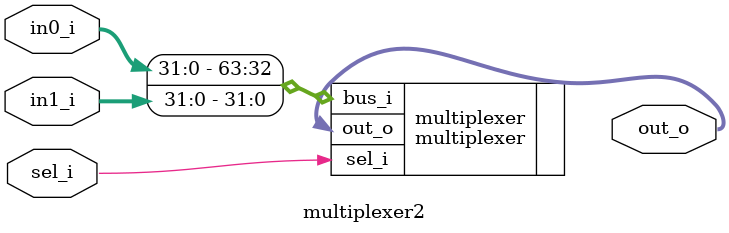
<source format=sv>
module multiplexer2 #(
    parameter WIDTH = 32
) (
    input  [WIDTH-1:0] in0_i,
    input  [WIDTH-1:0] in1_i,
    input              sel_i,
    output [WIDTH-1:0] out_o
);

  multiplexer #(
      .WIDTH(WIDTH),
      .CHANNELS(2)
  ) multiplexer (
      .bus_i({in0_i, in1_i}),
      .sel_i(sel_i),
      .out_o(out_o)
  );

endmodule

</source>
